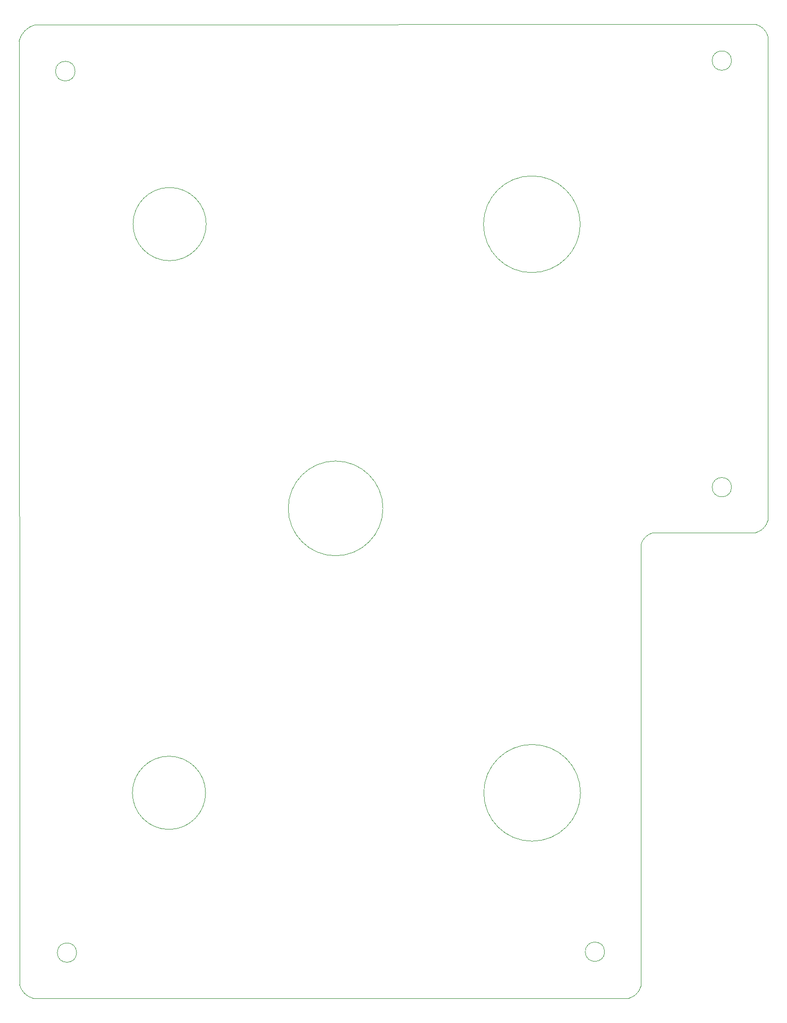
<source format=gbr>
%TF.GenerationSoftware,KiCad,Pcbnew,(6.0.4-0)*%
%TF.CreationDate,2022-06-27T16:54:41+01:00*%
%TF.ProjectId,isoBig,69736f42-6967-42e6-9b69-6361645f7063,rev?*%
%TF.SameCoordinates,Original*%
%TF.FileFunction,Profile,NP*%
%FSLAX46Y46*%
G04 Gerber Fmt 4.6, Leading zero omitted, Abs format (unit mm)*
G04 Created by KiCad (PCBNEW (6.0.4-0)) date 2022-06-27 16:54:41*
%MOMM*%
%LPD*%
G01*
G04 APERTURE LIST*
%TA.AperFunction,Profile*%
%ADD10C,0.100000*%
%TD*%
G04 APERTURE END LIST*
D10*
X26048839Y-183675756D02*
G75*
G03*
X28335020Y-185954073I3126161J850756D01*
G01*
X120275038Y-55900000D02*
G75*
G03*
X120275038Y-55900000I-8125038J0D01*
G01*
X28691494Y-22381071D02*
X149791837Y-22325928D01*
X151824074Y-24358169D02*
X151815019Y-105682074D01*
X26048839Y-183675756D02*
X25975021Y-25114074D01*
X130479021Y-109746074D02*
X130479019Y-183914074D01*
X57326270Y-151425000D02*
G75*
G03*
X57326270Y-151425000I-6151270J0D01*
G01*
X124375769Y-178125000D02*
G75*
G03*
X124375769Y-178125000I-1625769J0D01*
G01*
X151824074Y-24358169D02*
G75*
G03*
X149791837Y-22325928I-2774074J-741831D01*
G01*
X120325038Y-151425000D02*
G75*
G03*
X120325038Y-151425000I-8125038J0D01*
G01*
X28691494Y-22381071D02*
G75*
G03*
X25975021Y-25114074I1008506J-3718929D01*
G01*
X35650000Y-178275000D02*
G75*
G03*
X35650000Y-178275000I-1625000J0D01*
G01*
X145700192Y-100075000D02*
G75*
G03*
X145700192Y-100075000I-1625192J0D01*
G01*
X145700192Y-28400000D02*
G75*
G03*
X145700192Y-28400000I-1625192J0D01*
G01*
X87128748Y-103637537D02*
G75*
G03*
X87128748Y-103637537I-7957728J0D01*
G01*
X35400189Y-30175000D02*
G75*
G03*
X35400189Y-30175000I-1650189J0D01*
G01*
X149783192Y-107714723D02*
X132513727Y-107724278D01*
X132513727Y-107724278D02*
G75*
G03*
X130479021Y-109746074I736273J-2775722D01*
G01*
X128448483Y-185951500D02*
X28335020Y-185954073D01*
X149783192Y-107714723D02*
G75*
G03*
X151815019Y-105682074I-733192J2764723D01*
G01*
X128448483Y-185951500D02*
G75*
G03*
X130479019Y-183914074I-748483J2776500D01*
G01*
X57425457Y-55875000D02*
G75*
G03*
X57425457Y-55875000I-6150457J0D01*
G01*
M02*

</source>
